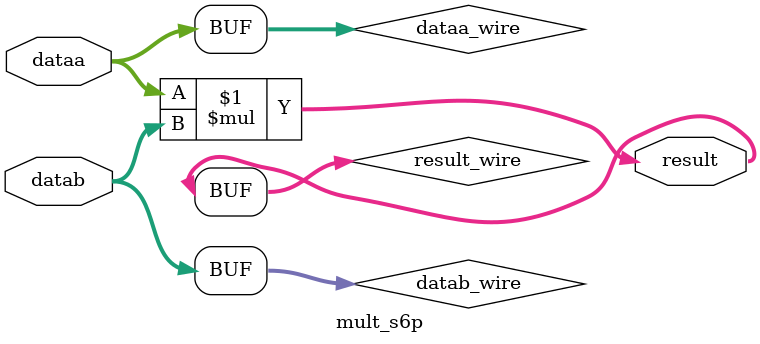
<source format=v>






//synthesis_resources = 
//synopsys translate_off
`timescale 1 ps / 1 ps
//synopsys translate_on
module  mult_s6p
	( 
	dataa,
	datab,
	result) /* synthesis synthesis_clearbox=1 */;
	input   [11:0]  dataa;
	input   [8:0]  datab;
	output   [20:0]  result;

	wire [11:0]    dataa_wire;
	wire [8:0]    datab_wire;
	wire [20:0]    result_wire;



	assign dataa_wire = dataa;
	assign datab_wire = datab;
	assign result_wire = dataa_wire * datab_wire;
	assign result = ({result_wire[20:0]});

endmodule //mult_s6p
//VALID FILE

</source>
